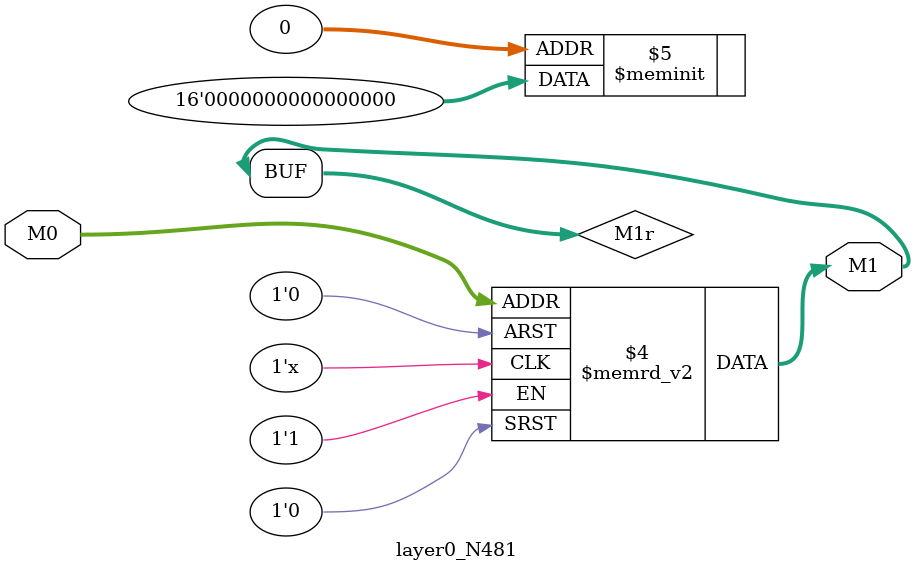
<source format=v>
module layer0_N481 ( input [2:0] M0, output [1:0] M1 );

	(*rom_style = "distributed" *) reg [1:0] M1r;
	assign M1 = M1r;
	always @ (M0) begin
		case (M0)
			3'b000: M1r = 2'b00;
			3'b100: M1r = 2'b00;
			3'b010: M1r = 2'b00;
			3'b110: M1r = 2'b00;
			3'b001: M1r = 2'b00;
			3'b101: M1r = 2'b00;
			3'b011: M1r = 2'b00;
			3'b111: M1r = 2'b00;

		endcase
	end
endmodule

</source>
